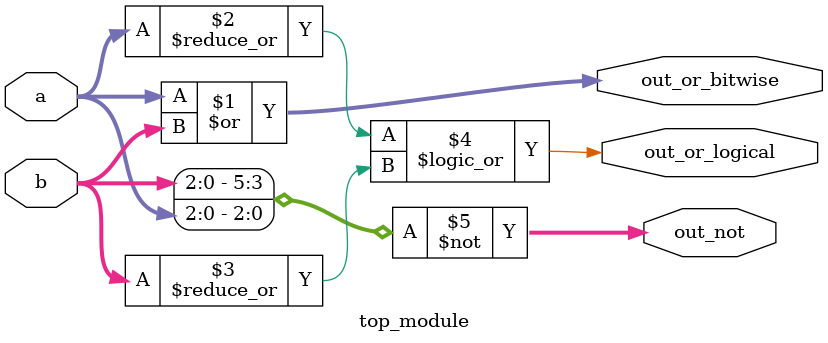
<source format=sv>
module top_module(
    input [2:0] a,
    input [2:0] b,
    output [2:0] out_or_bitwise,
    output out_or_logical,
    output [5:0] out_not
);

    // Bitwise OR of inputs a and b
    assign out_or_bitwise = a | b;

    // Logical OR of inputs a and b
    assign out_or_logical = |a || |b;

    // Bitwise NOT of inputs a and b in reverse order
    assign out_not = ~{b, a};

endmodule

</source>
